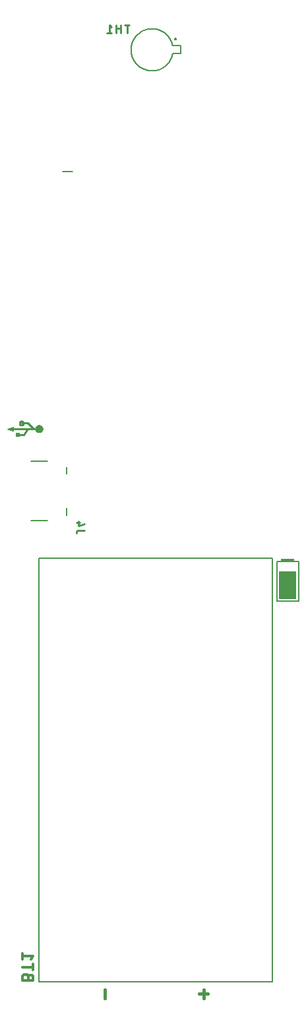
<source format=gbr>
G04 EAGLE Gerber RS-274X export*
G75*
%MOMM*%
%FSLAX34Y34*%
%LPD*%
%INSilkscreen Bottom*%
%IPPOS*%
%AMOC8*
5,1,8,0,0,1.08239X$1,22.5*%
G01*
%ADD10C,0.508000*%
%ADD11C,0.254000*%
%ADD12R,0.508000X0.508000*%
%ADD13R,2.286000X3.556000*%
%ADD14C,0.152400*%
%ADD15R,1.778000X0.381000*%
%ADD16C,0.127000*%
%ADD17C,0.406400*%
%ADD18C,0.330200*%
%ADD19C,0.203200*%
%ADD20C,0.200000*%

G36*
X17856Y804812D02*
X17856Y804812D01*
X17881Y804813D01*
X17936Y804843D01*
X17994Y804866D01*
X18011Y804884D01*
X18033Y804896D01*
X18069Y804947D01*
X18111Y804993D01*
X18118Y805017D01*
X18133Y805038D01*
X18149Y805125D01*
X18160Y805160D01*
X18158Y805169D01*
X18160Y805180D01*
X18160Y810260D01*
X18155Y810284D01*
X18157Y810309D01*
X18135Y810368D01*
X18121Y810429D01*
X18105Y810448D01*
X18096Y810471D01*
X18050Y810514D01*
X18011Y810562D01*
X17988Y810573D01*
X17969Y810590D01*
X17910Y810608D01*
X17852Y810633D01*
X17827Y810632D01*
X17803Y810640D01*
X17716Y810628D01*
X17679Y810627D01*
X17671Y810622D01*
X17660Y810621D01*
X10040Y808081D01*
X9995Y808053D01*
X9946Y808034D01*
X9922Y808008D01*
X9892Y807990D01*
X9864Y807945D01*
X9829Y807907D01*
X9819Y807873D01*
X9800Y807843D01*
X9795Y807791D01*
X9780Y807740D01*
X9786Y807706D01*
X9783Y807671D01*
X9801Y807622D01*
X9811Y807570D01*
X9832Y807542D01*
X9844Y807509D01*
X9882Y807473D01*
X9914Y807430D01*
X9949Y807410D01*
X9971Y807390D01*
X10001Y807381D01*
X10040Y807359D01*
X17660Y804819D01*
X17685Y804817D01*
X17708Y804807D01*
X17770Y804809D01*
X17832Y804803D01*
X17856Y804812D01*
G37*
D10*
X48260Y807720D02*
X48262Y807820D01*
X48268Y807921D01*
X48278Y808020D01*
X48292Y808120D01*
X48309Y808219D01*
X48331Y808317D01*
X48357Y808414D01*
X48386Y808510D01*
X48419Y808604D01*
X48456Y808698D01*
X48496Y808790D01*
X48540Y808880D01*
X48588Y808968D01*
X48639Y809055D01*
X48693Y809139D01*
X48751Y809221D01*
X48812Y809301D01*
X48876Y809378D01*
X48943Y809453D01*
X49013Y809525D01*
X49086Y809594D01*
X49161Y809660D01*
X49239Y809724D01*
X49319Y809784D01*
X49402Y809841D01*
X49487Y809894D01*
X49574Y809944D01*
X49663Y809991D01*
X49753Y810034D01*
X49845Y810074D01*
X49939Y810110D01*
X50034Y810142D01*
X50130Y810170D01*
X50228Y810195D01*
X50326Y810215D01*
X50425Y810232D01*
X50525Y810245D01*
X50624Y810254D01*
X50725Y810259D01*
X50825Y810260D01*
X50925Y810257D01*
X51026Y810250D01*
X51125Y810239D01*
X51225Y810224D01*
X51323Y810206D01*
X51421Y810183D01*
X51518Y810156D01*
X51613Y810126D01*
X51708Y810092D01*
X51801Y810054D01*
X51892Y810013D01*
X51982Y809968D01*
X52070Y809920D01*
X52156Y809868D01*
X52240Y809813D01*
X52321Y809754D01*
X52400Y809692D01*
X52477Y809628D01*
X52551Y809560D01*
X52622Y809489D01*
X52691Y809416D01*
X52756Y809340D01*
X52819Y809261D01*
X52878Y809180D01*
X52934Y809097D01*
X52987Y809012D01*
X53036Y808924D01*
X53082Y808835D01*
X53124Y808744D01*
X53163Y808651D01*
X53198Y808557D01*
X53229Y808462D01*
X53257Y808365D01*
X53280Y808268D01*
X53300Y808169D01*
X53316Y808070D01*
X53328Y807971D01*
X53336Y807870D01*
X53340Y807770D01*
X53340Y807670D01*
X53336Y807570D01*
X53328Y807469D01*
X53316Y807370D01*
X53300Y807271D01*
X53280Y807172D01*
X53257Y807075D01*
X53229Y806978D01*
X53198Y806883D01*
X53163Y806789D01*
X53124Y806696D01*
X53082Y806605D01*
X53036Y806516D01*
X52987Y806428D01*
X52934Y806343D01*
X52878Y806260D01*
X52819Y806179D01*
X52756Y806100D01*
X52691Y806024D01*
X52622Y805951D01*
X52551Y805880D01*
X52477Y805812D01*
X52400Y805748D01*
X52321Y805686D01*
X52240Y805627D01*
X52156Y805572D01*
X52070Y805520D01*
X51982Y805472D01*
X51892Y805427D01*
X51801Y805386D01*
X51708Y805348D01*
X51613Y805314D01*
X51518Y805284D01*
X51421Y805257D01*
X51323Y805234D01*
X51225Y805216D01*
X51125Y805201D01*
X51026Y805190D01*
X50925Y805183D01*
X50825Y805180D01*
X50725Y805181D01*
X50624Y805186D01*
X50525Y805195D01*
X50425Y805208D01*
X50326Y805225D01*
X50228Y805245D01*
X50130Y805270D01*
X50034Y805298D01*
X49939Y805330D01*
X49845Y805366D01*
X49753Y805406D01*
X49663Y805449D01*
X49574Y805496D01*
X49487Y805546D01*
X49402Y805599D01*
X49319Y805656D01*
X49239Y805716D01*
X49161Y805780D01*
X49086Y805846D01*
X49013Y805915D01*
X48943Y805987D01*
X48876Y806062D01*
X48812Y806139D01*
X48751Y806219D01*
X48693Y806301D01*
X48639Y806385D01*
X48588Y806472D01*
X48540Y806560D01*
X48496Y806650D01*
X48456Y806742D01*
X48419Y806836D01*
X48386Y806930D01*
X48357Y807026D01*
X48331Y807123D01*
X48309Y807221D01*
X48292Y807320D01*
X48278Y807420D01*
X48268Y807519D01*
X48262Y807620D01*
X48260Y807720D01*
D11*
X35560Y807720D02*
X17780Y807720D01*
X35560Y807720D02*
X53340Y807720D01*
X43180Y807720D02*
X35560Y815340D01*
X27940Y815340D01*
X25400Y815340D02*
X25402Y815440D01*
X25408Y815541D01*
X25418Y815640D01*
X25432Y815740D01*
X25449Y815839D01*
X25471Y815937D01*
X25497Y816034D01*
X25526Y816130D01*
X25559Y816224D01*
X25596Y816318D01*
X25636Y816410D01*
X25680Y816500D01*
X25728Y816588D01*
X25779Y816675D01*
X25833Y816759D01*
X25891Y816841D01*
X25952Y816921D01*
X26016Y816998D01*
X26083Y817073D01*
X26153Y817145D01*
X26226Y817214D01*
X26301Y817280D01*
X26379Y817344D01*
X26459Y817404D01*
X26542Y817461D01*
X26627Y817514D01*
X26714Y817564D01*
X26803Y817611D01*
X26893Y817654D01*
X26985Y817694D01*
X27079Y817730D01*
X27174Y817762D01*
X27270Y817790D01*
X27368Y817815D01*
X27466Y817835D01*
X27565Y817852D01*
X27665Y817865D01*
X27764Y817874D01*
X27865Y817879D01*
X27965Y817880D01*
X28065Y817877D01*
X28166Y817870D01*
X28265Y817859D01*
X28365Y817844D01*
X28463Y817826D01*
X28561Y817803D01*
X28658Y817776D01*
X28753Y817746D01*
X28848Y817712D01*
X28941Y817674D01*
X29032Y817633D01*
X29122Y817588D01*
X29210Y817540D01*
X29296Y817488D01*
X29380Y817433D01*
X29461Y817374D01*
X29540Y817312D01*
X29617Y817248D01*
X29691Y817180D01*
X29762Y817109D01*
X29831Y817036D01*
X29896Y816960D01*
X29959Y816881D01*
X30018Y816800D01*
X30074Y816717D01*
X30127Y816632D01*
X30176Y816544D01*
X30222Y816455D01*
X30264Y816364D01*
X30303Y816271D01*
X30338Y816177D01*
X30369Y816082D01*
X30397Y815985D01*
X30420Y815888D01*
X30440Y815789D01*
X30456Y815690D01*
X30468Y815591D01*
X30476Y815490D01*
X30480Y815390D01*
X30480Y815290D01*
X30476Y815190D01*
X30468Y815089D01*
X30456Y814990D01*
X30440Y814891D01*
X30420Y814792D01*
X30397Y814695D01*
X30369Y814598D01*
X30338Y814503D01*
X30303Y814409D01*
X30264Y814316D01*
X30222Y814225D01*
X30176Y814136D01*
X30127Y814048D01*
X30074Y813963D01*
X30018Y813880D01*
X29959Y813799D01*
X29896Y813720D01*
X29831Y813644D01*
X29762Y813571D01*
X29691Y813500D01*
X29617Y813432D01*
X29540Y813368D01*
X29461Y813306D01*
X29380Y813247D01*
X29296Y813192D01*
X29210Y813140D01*
X29122Y813092D01*
X29032Y813047D01*
X28941Y813006D01*
X28848Y812968D01*
X28753Y812934D01*
X28658Y812904D01*
X28561Y812877D01*
X28463Y812854D01*
X28365Y812836D01*
X28265Y812821D01*
X28166Y812810D01*
X28065Y812803D01*
X27965Y812800D01*
X27865Y812801D01*
X27764Y812806D01*
X27665Y812815D01*
X27565Y812828D01*
X27466Y812845D01*
X27368Y812865D01*
X27270Y812890D01*
X27174Y812918D01*
X27079Y812950D01*
X26985Y812986D01*
X26893Y813026D01*
X26803Y813069D01*
X26714Y813116D01*
X26627Y813166D01*
X26542Y813219D01*
X26459Y813276D01*
X26379Y813336D01*
X26301Y813400D01*
X26226Y813466D01*
X26153Y813535D01*
X26083Y813607D01*
X26016Y813682D01*
X25952Y813759D01*
X25891Y813839D01*
X25833Y813921D01*
X25779Y814005D01*
X25728Y814092D01*
X25680Y814180D01*
X25636Y814270D01*
X25596Y814362D01*
X25559Y814456D01*
X25526Y814550D01*
X25497Y814646D01*
X25471Y814743D01*
X25449Y814841D01*
X25432Y814940D01*
X25418Y815040D01*
X25408Y815139D01*
X25402Y815240D01*
X25400Y815340D01*
X35560Y807720D02*
X30480Y800100D01*
X22860Y800100D01*
D12*
X22860Y800100D03*
D13*
X369570Y607060D03*
D14*
X383540Y586740D02*
X383540Y637540D01*
X383540Y586740D02*
X355600Y586740D01*
X355600Y637540D01*
X383540Y637540D01*
D15*
X369570Y639445D03*
D16*
X50150Y641788D02*
X50150Y98288D01*
X50150Y641788D02*
X349850Y641788D01*
X349850Y98288D01*
X50150Y98288D01*
D17*
X261694Y88606D02*
X261694Y77769D01*
X256275Y83187D02*
X267112Y83187D01*
X134694Y77769D02*
X134694Y88606D01*
D18*
X36816Y100711D02*
X36816Y104450D01*
X36815Y104450D02*
X36813Y104571D01*
X36807Y104692D01*
X36797Y104813D01*
X36784Y104933D01*
X36766Y105053D01*
X36745Y105172D01*
X36719Y105290D01*
X36690Y105408D01*
X36657Y105525D01*
X36621Y105640D01*
X36580Y105754D01*
X36536Y105867D01*
X36488Y105978D01*
X36437Y106088D01*
X36382Y106196D01*
X36324Y106302D01*
X36262Y106406D01*
X36197Y106508D01*
X36129Y106608D01*
X36058Y106706D01*
X35983Y106801D01*
X35905Y106894D01*
X35825Y106985D01*
X35741Y107072D01*
X35655Y107157D01*
X35566Y107239D01*
X35474Y107319D01*
X35380Y107395D01*
X35284Y107468D01*
X35185Y107538D01*
X35084Y107604D01*
X34980Y107668D01*
X34875Y107728D01*
X34768Y107784D01*
X34659Y107837D01*
X34549Y107887D01*
X34437Y107933D01*
X34323Y107975D01*
X34208Y108013D01*
X34092Y108048D01*
X33975Y108079D01*
X33857Y108106D01*
X33739Y108130D01*
X33619Y108149D01*
X33499Y108165D01*
X33378Y108177D01*
X33258Y108185D01*
X33137Y108189D01*
X33015Y108189D01*
X32894Y108185D01*
X32774Y108177D01*
X32653Y108165D01*
X32533Y108149D01*
X32413Y108130D01*
X32295Y108106D01*
X32177Y108079D01*
X32060Y108048D01*
X31944Y108013D01*
X31829Y107975D01*
X31715Y107933D01*
X31603Y107887D01*
X31493Y107837D01*
X31384Y107784D01*
X31277Y107728D01*
X31172Y107668D01*
X31068Y107604D01*
X30967Y107538D01*
X30868Y107468D01*
X30772Y107395D01*
X30678Y107319D01*
X30586Y107239D01*
X30497Y107157D01*
X30411Y107072D01*
X30327Y106985D01*
X30247Y106894D01*
X30169Y106801D01*
X30094Y106706D01*
X30023Y106608D01*
X29955Y106508D01*
X29890Y106406D01*
X29828Y106302D01*
X29770Y106196D01*
X29715Y106088D01*
X29664Y105978D01*
X29616Y105867D01*
X29572Y105754D01*
X29531Y105640D01*
X29495Y105525D01*
X29462Y105408D01*
X29433Y105290D01*
X29407Y105172D01*
X29386Y105053D01*
X29368Y104933D01*
X29355Y104813D01*
X29345Y104692D01*
X29339Y104571D01*
X29337Y104450D01*
X29337Y100711D01*
X42799Y100711D01*
X42799Y104450D01*
X42797Y104558D01*
X42791Y104666D01*
X42781Y104773D01*
X42768Y104881D01*
X42750Y104987D01*
X42729Y105093D01*
X42704Y105198D01*
X42675Y105302D01*
X42642Y105405D01*
X42606Y105507D01*
X42566Y105607D01*
X42522Y105706D01*
X42475Y105804D01*
X42425Y105899D01*
X42371Y105993D01*
X42313Y106084D01*
X42253Y106174D01*
X42189Y106261D01*
X42122Y106345D01*
X42052Y106428D01*
X41979Y106508D01*
X41903Y106585D01*
X41825Y106659D01*
X41744Y106730D01*
X41660Y106799D01*
X41574Y106864D01*
X41486Y106926D01*
X41396Y106985D01*
X41303Y107041D01*
X41208Y107093D01*
X41112Y107142D01*
X41014Y107188D01*
X40914Y107229D01*
X40813Y107268D01*
X40711Y107302D01*
X40607Y107333D01*
X40503Y107360D01*
X40397Y107383D01*
X40291Y107403D01*
X40184Y107418D01*
X40077Y107430D01*
X39969Y107438D01*
X39861Y107442D01*
X39753Y107442D01*
X39645Y107438D01*
X39537Y107430D01*
X39430Y107418D01*
X39323Y107403D01*
X39217Y107383D01*
X39111Y107360D01*
X39007Y107333D01*
X38903Y107302D01*
X38801Y107268D01*
X38700Y107229D01*
X38600Y107188D01*
X38502Y107142D01*
X38406Y107093D01*
X38311Y107041D01*
X38218Y106985D01*
X38128Y106926D01*
X38040Y106864D01*
X37954Y106799D01*
X37870Y106730D01*
X37789Y106659D01*
X37711Y106585D01*
X37635Y106508D01*
X37562Y106428D01*
X37492Y106345D01*
X37425Y106261D01*
X37361Y106174D01*
X37301Y106084D01*
X37243Y105993D01*
X37189Y105899D01*
X37139Y105804D01*
X37092Y105706D01*
X37048Y105607D01*
X37008Y105507D01*
X36972Y105405D01*
X36939Y105302D01*
X36910Y105198D01*
X36885Y105093D01*
X36864Y104987D01*
X36846Y104881D01*
X36833Y104773D01*
X36823Y104666D01*
X36817Y104558D01*
X36815Y104450D01*
X42799Y117462D02*
X29337Y117462D01*
X42799Y113723D02*
X42799Y121202D01*
X39807Y127597D02*
X42799Y131337D01*
X29337Y131337D01*
X29337Y135076D02*
X29337Y127597D01*
D19*
X80772Y1138730D02*
X93472Y1138730D01*
X61340Y690218D02*
X40340Y690218D01*
X86340Y697218D02*
X86340Y706218D01*
X86340Y750218D02*
X86340Y759218D01*
X61340Y766218D02*
X40340Y766218D01*
D11*
X100810Y677757D02*
X108712Y677757D01*
X100810Y677757D02*
X100717Y677755D01*
X100624Y677749D01*
X100531Y677740D01*
X100438Y677726D01*
X100347Y677709D01*
X100256Y677688D01*
X100166Y677663D01*
X100077Y677635D01*
X99989Y677603D01*
X99903Y677567D01*
X99818Y677528D01*
X99735Y677485D01*
X99654Y677439D01*
X99575Y677389D01*
X99498Y677337D01*
X99423Y677281D01*
X99351Y677222D01*
X99281Y677160D01*
X99213Y677096D01*
X99149Y677028D01*
X99087Y676958D01*
X99028Y676886D01*
X98972Y676811D01*
X98920Y676734D01*
X98870Y676655D01*
X98824Y676574D01*
X98781Y676491D01*
X98742Y676406D01*
X98706Y676320D01*
X98674Y676232D01*
X98646Y676143D01*
X98621Y676053D01*
X98600Y675962D01*
X98583Y675871D01*
X98569Y675778D01*
X98560Y675685D01*
X98554Y675592D01*
X98552Y675499D01*
X98552Y674370D01*
X100810Y683842D02*
X108712Y686100D01*
X100810Y683842D02*
X100810Y689486D01*
X103068Y687793D02*
X98552Y687793D01*
D16*
X222080Y1289538D02*
X221947Y1288891D01*
X221798Y1288247D01*
X221634Y1287606D01*
X221454Y1286970D01*
X221258Y1286339D01*
X221047Y1285713D01*
X220821Y1285092D01*
X220580Y1284476D01*
X220323Y1283867D01*
X220052Y1283264D01*
X219766Y1282668D01*
X219466Y1282080D01*
X219151Y1281498D01*
X218822Y1280925D01*
X218479Y1280360D01*
X218123Y1279803D01*
X217753Y1279256D01*
X217369Y1278717D01*
X216973Y1278188D01*
X216564Y1277669D01*
X216142Y1277161D01*
X215708Y1276662D01*
X215261Y1276175D01*
X214803Y1275698D01*
X214334Y1275233D01*
X213853Y1274780D01*
X213361Y1274338D01*
X212858Y1273909D01*
X212345Y1273492D01*
X211823Y1273088D01*
X211290Y1272696D01*
X210748Y1272318D01*
X210197Y1271953D01*
X209637Y1271602D01*
X209068Y1271265D01*
X208492Y1270941D01*
X207908Y1270632D01*
X207316Y1270338D01*
X206717Y1270057D01*
X206112Y1269792D01*
X205500Y1269542D01*
X204883Y1269306D01*
X204259Y1269086D01*
X203631Y1268881D01*
X202998Y1268692D01*
X202360Y1268518D01*
X201718Y1268359D01*
X201073Y1268217D01*
X200424Y1268090D01*
X199773Y1267980D01*
X199118Y1267885D01*
X198462Y1267806D01*
X197804Y1267744D01*
X197145Y1267697D01*
X196485Y1267667D01*
X195824Y1267653D01*
X195163Y1267655D01*
X194502Y1267674D01*
X193842Y1267708D01*
X193183Y1267759D01*
X192525Y1267825D01*
X191870Y1267908D01*
X191216Y1268007D01*
X190565Y1268122D01*
X189917Y1268253D01*
X189273Y1268399D01*
X188632Y1268562D01*
X187996Y1268740D01*
X187364Y1268933D01*
X186737Y1269142D01*
X186115Y1269366D01*
X185499Y1269606D01*
X184889Y1269860D01*
X184285Y1270129D01*
X183688Y1270413D01*
X183098Y1270712D01*
X182516Y1271025D01*
X181942Y1271352D01*
X181376Y1271693D01*
X180818Y1272048D01*
X180269Y1272416D01*
X179729Y1272798D01*
X179199Y1273192D01*
X178679Y1273600D01*
X178169Y1274020D01*
X177669Y1274453D01*
X177180Y1274898D01*
X176702Y1275354D01*
X176236Y1275822D01*
X175780Y1276302D01*
X175337Y1276792D01*
X174906Y1277293D01*
X174488Y1277805D01*
X174082Y1278326D01*
X173689Y1278858D01*
X173309Y1279399D01*
X172942Y1279949D01*
X172589Y1280507D01*
X172250Y1281075D01*
X171925Y1281650D01*
X171614Y1282233D01*
X171317Y1282824D01*
X171035Y1283422D01*
X170768Y1284026D01*
X170516Y1284637D01*
X170278Y1285254D01*
X170056Y1285876D01*
X169849Y1286504D01*
X169657Y1287137D01*
X169482Y1287774D01*
X169321Y1288415D01*
X169177Y1289060D01*
X169048Y1289708D01*
X168935Y1290360D01*
X168838Y1291014D01*
X168758Y1291670D01*
X168693Y1292327D01*
X168645Y1292987D01*
X168612Y1293647D01*
X168596Y1294308D01*
X168596Y1294968D01*
X168612Y1295629D01*
X168645Y1296289D01*
X168693Y1296949D01*
X168758Y1297606D01*
X168838Y1298262D01*
X168935Y1298916D01*
X169048Y1299568D01*
X169177Y1300216D01*
X169321Y1300861D01*
X169482Y1301502D01*
X169657Y1302139D01*
X169849Y1302772D01*
X170056Y1303400D01*
X170278Y1304022D01*
X170516Y1304639D01*
X170768Y1305250D01*
X171035Y1305854D01*
X171317Y1306452D01*
X171614Y1307043D01*
X171925Y1307626D01*
X172250Y1308201D01*
X172589Y1308769D01*
X172942Y1309327D01*
X173309Y1309877D01*
X173689Y1310418D01*
X174082Y1310950D01*
X174488Y1311471D01*
X174906Y1311983D01*
X175337Y1312484D01*
X175780Y1312974D01*
X176236Y1313454D01*
X176702Y1313922D01*
X177180Y1314378D01*
X177669Y1314823D01*
X178169Y1315256D01*
X178679Y1315676D01*
X179199Y1316084D01*
X179729Y1316478D01*
X180269Y1316860D01*
X180818Y1317228D01*
X181376Y1317583D01*
X181942Y1317924D01*
X182516Y1318251D01*
X183098Y1318564D01*
X183688Y1318863D01*
X184285Y1319147D01*
X184889Y1319416D01*
X185499Y1319670D01*
X186115Y1319910D01*
X186737Y1320134D01*
X187364Y1320343D01*
X187996Y1320536D01*
X188632Y1320714D01*
X189273Y1320877D01*
X189917Y1321023D01*
X190565Y1321154D01*
X191216Y1321269D01*
X191870Y1321368D01*
X192525Y1321451D01*
X193183Y1321517D01*
X193842Y1321568D01*
X194502Y1321602D01*
X195163Y1321621D01*
X195824Y1321623D01*
X196485Y1321609D01*
X197145Y1321579D01*
X197804Y1321532D01*
X198462Y1321470D01*
X199118Y1321391D01*
X199773Y1321296D01*
X200424Y1321186D01*
X201073Y1321059D01*
X201718Y1320917D01*
X202360Y1320758D01*
X202998Y1320584D01*
X203631Y1320395D01*
X204259Y1320190D01*
X204883Y1319970D01*
X205500Y1319734D01*
X206112Y1319484D01*
X206717Y1319219D01*
X207316Y1318938D01*
X207908Y1318644D01*
X208492Y1318335D01*
X209068Y1318011D01*
X209637Y1317674D01*
X210197Y1317323D01*
X210748Y1316958D01*
X211290Y1316580D01*
X211823Y1316188D01*
X212345Y1315784D01*
X212858Y1315367D01*
X213361Y1314938D01*
X213853Y1314496D01*
X214334Y1314043D01*
X214803Y1313578D01*
X215261Y1313101D01*
X215708Y1312614D01*
X216142Y1312115D01*
X216564Y1311607D01*
X216973Y1311088D01*
X217369Y1310559D01*
X217753Y1310020D01*
X218123Y1309473D01*
X218479Y1308916D01*
X218822Y1308351D01*
X219151Y1307778D01*
X219466Y1307196D01*
X219766Y1306608D01*
X220052Y1306012D01*
X220323Y1305409D01*
X220580Y1304800D01*
X220821Y1304184D01*
X221047Y1303563D01*
X221258Y1302937D01*
X221454Y1302306D01*
X221634Y1301670D01*
X221798Y1301029D01*
X221947Y1300385D01*
X222080Y1299738D01*
X232280Y1299738D01*
X232280Y1289538D01*
X222080Y1289538D01*
D20*
X224580Y1308638D02*
X224582Y1308701D01*
X224588Y1308763D01*
X224598Y1308825D01*
X224611Y1308887D01*
X224629Y1308947D01*
X224650Y1309006D01*
X224675Y1309064D01*
X224704Y1309120D01*
X224736Y1309174D01*
X224771Y1309226D01*
X224809Y1309275D01*
X224851Y1309323D01*
X224895Y1309367D01*
X224943Y1309409D01*
X224992Y1309447D01*
X225044Y1309482D01*
X225098Y1309514D01*
X225154Y1309543D01*
X225212Y1309568D01*
X225271Y1309589D01*
X225331Y1309607D01*
X225393Y1309620D01*
X225455Y1309630D01*
X225517Y1309636D01*
X225580Y1309638D01*
X225643Y1309636D01*
X225705Y1309630D01*
X225767Y1309620D01*
X225829Y1309607D01*
X225889Y1309589D01*
X225948Y1309568D01*
X226006Y1309543D01*
X226062Y1309514D01*
X226116Y1309482D01*
X226168Y1309447D01*
X226217Y1309409D01*
X226265Y1309367D01*
X226309Y1309323D01*
X226351Y1309275D01*
X226389Y1309226D01*
X226424Y1309174D01*
X226456Y1309120D01*
X226485Y1309064D01*
X226510Y1309006D01*
X226531Y1308947D01*
X226549Y1308887D01*
X226562Y1308825D01*
X226572Y1308763D01*
X226578Y1308701D01*
X226580Y1308638D01*
X226578Y1308575D01*
X226572Y1308513D01*
X226562Y1308451D01*
X226549Y1308389D01*
X226531Y1308329D01*
X226510Y1308270D01*
X226485Y1308212D01*
X226456Y1308156D01*
X226424Y1308102D01*
X226389Y1308050D01*
X226351Y1308001D01*
X226309Y1307953D01*
X226265Y1307909D01*
X226217Y1307867D01*
X226168Y1307829D01*
X226116Y1307794D01*
X226062Y1307762D01*
X226006Y1307733D01*
X225948Y1307708D01*
X225889Y1307687D01*
X225829Y1307669D01*
X225767Y1307656D01*
X225705Y1307646D01*
X225643Y1307640D01*
X225580Y1307638D01*
X225517Y1307640D01*
X225455Y1307646D01*
X225393Y1307656D01*
X225331Y1307669D01*
X225271Y1307687D01*
X225212Y1307708D01*
X225154Y1307733D01*
X225098Y1307762D01*
X225044Y1307794D01*
X224992Y1307829D01*
X224943Y1307867D01*
X224895Y1307909D01*
X224851Y1307953D01*
X224809Y1308001D01*
X224771Y1308050D01*
X224736Y1308102D01*
X224704Y1308156D01*
X224675Y1308212D01*
X224650Y1308270D01*
X224629Y1308329D01*
X224611Y1308389D01*
X224598Y1308451D01*
X224588Y1308513D01*
X224582Y1308575D01*
X224580Y1308638D01*
D11*
X163548Y1316228D02*
X163548Y1326388D01*
X166370Y1326388D02*
X160726Y1326388D01*
X155321Y1326388D02*
X155321Y1316228D01*
X155321Y1321872D02*
X149677Y1321872D01*
X149677Y1326388D02*
X149677Y1316228D01*
X143510Y1324130D02*
X140688Y1326388D01*
X140688Y1316228D01*
X143510Y1316228D02*
X137866Y1316228D01*
M02*

</source>
